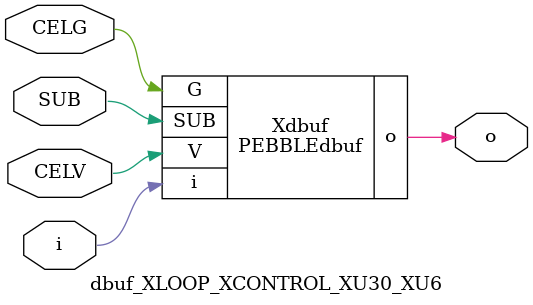
<source format=v>



module PEBBLEdbuf ( o, G, SUB, V, i );

  input V;
  input i;
  input G;
  output o;
  input SUB;
endmodule

//Celera Confidential Do Not Copy dbuf_XLOOP_XCONTROL_XU30_XU6
//Celera Confidential Symbol Generator
//Digital Buffer
module dbuf_XLOOP_XCONTROL_XU30_XU6 (CELV,CELG,i,o,SUB);
input CELV;
input CELG;
input i;
input SUB;
output o;

//Celera Confidential Do Not Copy dbuf
PEBBLEdbuf Xdbuf(
.V (CELV),
.i (i),
.o (o),
.SUB (SUB),
.G (CELG)
);
//,diesize,PEBBLEdbuf

//Celera Confidential Do Not Copy Module End
//Celera Schematic Generator
endmodule

</source>
